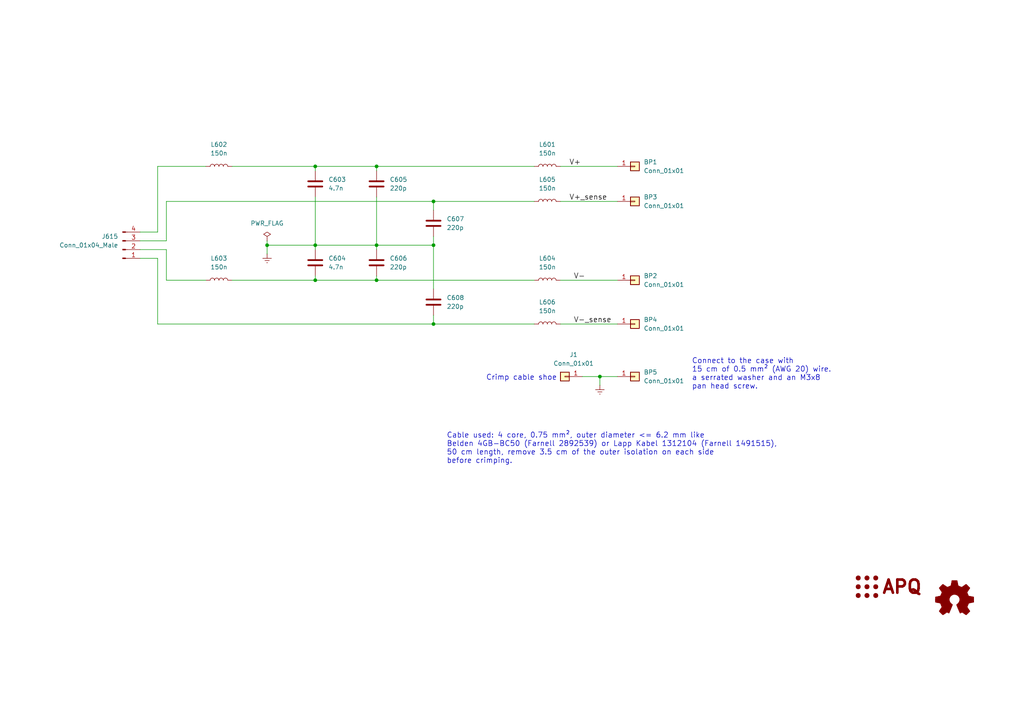
<source format=kicad_sch>
(kicad_sch (version 20231120) (generator "eeschema") (generator_version "8.0")
  (paper "A4")
  (title_block (title "HP 6632B Front Panel Binding Posts PCB") (date "2021-07-03") (rev "v1.1.1") (comment 1 "Copyright (©) 2020, Patrick Baus <patrick.baus@physik.tu-darmstadt.de>") (comment 2 "Licensed under CERN OHL v.1.2"))
  (lib_symbols
    (symbol "Connector:Conn_01x04_Pin" (pin_names (offset 1.016) hide)
      (property "Reference" "J" (at 0 5.08 0))
      (property "Value" "Conn_01x04_Pin" (at 0 -7.62 0))
      (symbol "Conn_01x04_Pin_1_1"
        (polyline (pts (xy 1.27 -5.08) (xy 0.8636 -5.08)) (stroke (width 0.1524)))
        (polyline (pts (xy 1.27 -2.54) (xy 0.8636 -2.54)) (stroke (width 0.1524)))
        (polyline (pts (xy 1.27 0) (xy 0.8636 0)) (stroke (width 0.1524)))
        (polyline (pts (xy 1.27 2.54) (xy 0.8636 2.54)) (stroke (width 0.1524)))
        (rectangle (start 0.8636 -4.953) (end 0 -5.207) (stroke (width 0.1524)) (fill (type outline)))
        (rectangle (start 0.8636 -2.413) (end 0 -2.667) (stroke (width 0.1524)) (fill (type outline)))
        (rectangle (start 0.8636 0.127) (end 0 -0.127) (stroke (width 0.1524)) (fill (type outline)))
        (rectangle (start 0.8636 2.667) (end 0 2.413) (stroke (width 0.1524)) (fill (type outline)))
        (pin passive line (at 5.08 2.54 180) (length 3.81) (name "Pin_1") (number "1"))
        (pin passive line (at 5.08 0 180) (length 3.81) (name "Pin_2") (number "2"))
        (pin passive line (at 5.08 -2.54 180) (length 3.81) (name "Pin_3") (number "3"))
        (pin passive line (at 5.08 -5.08 180) (length 3.81) (name "Pin_4") (number "4"))
      )
    )
    (symbol "Connector_Generic:Conn_01x01" (pin_names (offset 1.016) hide)
      (property "Reference" "J" (at 0 2.54 0))
      (property "Value" "Conn_01x01" (at 0 -2.54 0))
      (symbol "Conn_01x01_1_1"
        (rectangle (start -1.27 0.127) (end 0 -0.127) (stroke (width 0.1524)))
        (rectangle (start -1.27 1.27) (end 1.27 -1.27) (stroke (width 0.254)) (fill (type background)))
        (pin passive line (at -5.08 0 0) (length 3.81) (name "Pin_1") (number "1"))
      )
    )
    (symbol "Custom_logos:Logo_APQ" (pin_names (offset 1.016))
      (symbol "Logo_APQ_0_0"
        (text "APQ" (at 17.78 0 0) (effects (font (size 3.81 3.81) (bold yes))))
      )
      (symbol "Logo_APQ_0_1"
        (circle (center 5.08 0) (radius 0.635) (fill (type outline)))
        (circle (center 5.08 2.54) (radius 0.635) (fill (type outline)))
        (circle (center 7.62 0) (radius 0.635) (fill (type outline)))
        (circle (center 7.62 2.54) (radius 0.635) (fill (type outline)))
        (circle (center 10.16 2.54) (radius 0.635) (fill (type outline)))
      )
      (symbol "Logo_APQ_1_1"
        (circle (center 5.08 -2.54) (radius 0.635) (fill (type outline)))
        (circle (center 7.62 -2.54) (radius 0.635) (fill (type outline)))
        (circle (center 10.16 -2.54) (radius 0.635) (fill (type outline)))
        (circle (center 10.16 0) (radius 0.635) (fill (type outline)))
      )
    )
    (symbol "Device:C" (pin_numbers hide) (pin_names (offset 0.254))
      (property "Reference" "C" (at 0.635 2.54 0))
      (property "Value" "C" (at 0.635 -2.54 0))
      (symbol "C_0_1"
        (polyline (pts (xy -2.032 -0.762) (xy 2.032 -0.762)) (stroke (width 0.508)))
        (polyline (pts (xy -2.032 0.762) (xy 2.032 0.762)) (stroke (width 0.508)))
      )
      (symbol "C_1_1"
        (pin passive line (at 0 3.81 270) (length 2.794) (name "~") (number "1"))
        (pin passive line (at 0 -3.81 90) (length 2.794) (name "~") (number "2"))
      )
    )
    (symbol "Device:L" (pin_numbers hide) (pin_names (offset 1.016) hide)
      (property "Reference" "L" (at -1.27 0 90))
      (property "Value" "L" (at 1.905 0 90))
      (symbol "L_0_1"
        (arc (start 0 -2.54) (mid 0.6323 -1.905) (end 0 -1.27))
        (arc (start 0 -1.27) (mid 0.6323 -0.635) (end 0 0))
        (arc (start 0 0) (mid 0.6323 0.635) (end 0 1.27))
        (arc (start 0 1.27) (mid 0.6323 1.905) (end 0 2.54))
      )
      (symbol "L_1_1"
        (pin passive line (at 0 3.81 270) (length 1.27) (name "1") (number "1"))
        (pin passive line (at 0 -3.81 90) (length 1.27) (name "2") (number "2"))
      )
    )
    (symbol "Graphic:Logo_Open_Hardware_Small" (in_bom no) (on_board no)
      (symbol "Logo_Open_Hardware_Small_0_1"
        (polyline (pts (xy 3.3528 -4.3434) (xy 3.302 -4.318) (xy 3.175 -4.2418) (xy 2.9972 -4.1148) (xy 2.7686 -3.9624) (xy 2.54 -3.81) (xy 2.3622 -3.7084) (xy 2.2352 -3.6068) (xy 2.1844 -3.5814) (xy 2.159 -3.6068) (xy 2.0574 -3.6576) (xy 1.905 -3.7338) (xy 1.8034 -3.7846) (xy 1.6764 -3.8354) (xy 1.6002 -3.8354) (xy 1.6002 -3.8354) (xy 1.5494 -3.7338) (xy 1.4732 -3.5306) (xy 1.3462 -3.302) (xy 1.2446 -3.0226) (xy 1.1176 -2.7178) (xy 0.9652 -2.413) (xy 0.8636 -2.1082) (xy 0.7366 -1.8288) (xy 0.6604 -1.6256) (xy 0.6096 -1.4732) (xy 0.5842 -1.397) (xy 0.5842 -1.397) (xy 0.6604 -1.3208) (xy 0.7874 -1.2446) (xy 1.0414 -1.016) (xy 1.2954 -0.6858) (xy 1.4478 -0.3302) (xy 1.524 0.0762) (xy 1.4732 0.4572) (xy 1.3208 0.8128) (xy 1.0668 1.143) (xy 0.762 1.3716) (xy 0.4064 1.524) (xy 0 1.5748) (xy -0.381 1.5494) (xy -0.7366 1.397) (xy -1.0668 1.143) (xy -1.2192 0.9906) (xy -1.397 0.6604) (xy -1.524 0.3048) (xy -1.524 0.2286) (xy -1.4986 -0.1778) (xy -1.397 -0.5334) (xy -1.1938 -0.8636) (xy -0.9144 -1.143) (xy -0.8636 -1.1684) (xy -0.7366 -1.27) (xy -0.635 -1.3462) (xy -0.5842 -1.397) (xy -1.0668 -2.5908) (xy -1.143 -2.794) (xy -1.2954 -3.1242) (xy -1.397 -3.4036) (xy -1.4986 -3.6322) (xy -1.5748 -3.7846) (xy -1.6002 -3.8354) (xy -1.6002 -3.8354) (xy -1.651 -3.8354) (xy -1.7272 -3.81) (xy -1.905 -3.7338) (xy -2.0066 -3.683) (xy -2.1336 -3.6068) (xy -2.2098 -3.5814) (xy -2.2606 -3.6068) (xy -2.3622 -3.683) (xy -2.54 -3.81) (xy -2.7686 -3.9624) (xy -2.9718 -4.0894) (xy -3.1496 -4.2164) (xy -3.302 -4.318) (xy -3.3528 -4.3434) (xy -3.3782 -4.3434) (xy -3.429 -4.318) (xy -3.5306 -4.2164) (xy -3.7084 -4.064) (xy -3.937 -3.8354) (xy -3.9624 -3.81) (xy -4.1656 -3.6068) (xy -4.318 -3.4544) (xy -4.4196 -3.3274) (xy -4.445 -3.2766) (xy -4.445 -3.2766) (xy -4.4196 -3.2258) (xy -4.318 -3.0734) (xy -4.2164 -2.8956) (xy -4.064 -2.667) (xy -3.6576 -2.0828) (xy -3.8862 -1.5494) (xy -3.937 -1.3716) (xy -4.0386 -1.1684) (xy -4.0894 -1.0414) (xy -4.1148 -0.9652) (xy -4.191 -0.9398) (xy -4.318 -0.9144) (xy -4.5466 -0.8636) (xy -4.8006 -0.8128) (xy -5.0546 -0.7874) (xy -5.2578 -0.7366) (xy -5.4356 -0.7112) (xy -5.5118 -0.6858) (xy -5.5118 -0.6858) (xy -5.5372 -0.635) (xy -5.5372 -0.5588) (xy -5.5372 -0.4318) (xy -5.5626 -0.2286) (xy -5.5626 0.0762) (xy -5.5626 0.127) (xy -5.5372 0.4064) (xy -5.5372 0.635) (xy -5.5372 0.762) (xy -5.5372 0.8382) (xy -5.5372 0.8382) (xy -5.461 0.8382) (xy -5.3086 0.889) (xy -5.08 0.9144) (xy -4.826 0.9652) (xy -4.8006 0.9906) (xy -4.5466 1.0414) (xy -4.318 1.0668) (xy -4.1656 1.1176) (xy -4.0894 1.143) (xy -4.0894 1.143) (xy -4.0386 1.2446) (xy -3.9624 1.4224) (xy -3.8608 1.6256) (xy -3.7846 1.8288) (xy -3.7084 2.0066) (xy -3.6576 2.159) (xy -3.6322 2.2098) (xy -3.6322 2.2098) (xy -3.683 2.286) (xy -3.7592 2.413) (xy -3.8862 2.5908) (xy -4.064 2.8194) (xy -4.064 2.8448) (xy -4.2164 3.0734) (xy -4.3434 3.2512) (xy -4.4196 3.3782) (xy -4.445 3.4544) (xy -4.445 3.4544) (xy -4.3942 3.5052) (xy -4.2926 3.6322) (xy -4.1148 3.81) (xy -3.937 4.0132) (xy -3.8608 4.064) (xy -3.6576 4.2926) (xy -3.5052 4.4196) (xy -3.4036 4.4958) (xy -3.3528 4.5212) (xy -3.3528 4.5212) (xy -3.302 4.4704) (xy -3.1496 4.3688) (xy -2.9718 4.2418) (xy -2.7432 4.0894) (xy -2.7178 4.0894) (xy -2.4892 3.937) (xy -2.3114 3.81) (xy -2.1844 3.7084) (xy -2.1336 3.683) (xy -2.1082 3.683) (xy -2.032 3.7084) (xy -1.8542 3.7592) (xy -1.6764 3.8354) (xy -1.4732 3.937) (xy -1.27 4.0132) (xy -1.143 4.064) (xy -1.0668 4.1148) (xy -1.0668 4.1148) (xy -1.0414 4.191) (xy -1.016 4.3434) (xy -0.9652 4.572) (xy -0.9144 4.8514) (xy -0.889 4.9022) (xy -0.8382 5.1562) (xy -0.8128 5.3848) (xy -0.7874 5.5372) (xy -0.762 5.588) (xy -0.7112 5.6134) (xy -0.5842 5.6134) (xy -0.4064 5.6134) (xy -0.1524 5.6134) (xy 0.0762 5.6134) (xy 0.3302 5.6134) (xy 0.5334 5.6134) (xy 0.6858 5.588) (xy 0.7366 5.588) (xy 0.7366 5.588) (xy 0.762 5.5118) (xy 0.8128 5.334) (xy 0.8382 5.1054) (xy 0.9144 4.826) (xy 0.9144 4.7752) (xy 0.9652 4.5212) (xy 1.016 4.2926) (xy 1.0414 4.1402) (xy 1.0668 4.0894) (xy 1.0668 4.0894) (xy 1.1938 4.0386) (xy 1.3716 3.9624) (xy 1.5748 3.8608) (xy 2.0828 3.6576) (xy 2.7178 4.0894) (xy 2.7686 4.1402) (xy 2.9972 4.2926) (xy 3.175 4.4196) (xy 3.302 4.4958) (xy 3.3782 4.5212) (xy 3.3782 4.5212) (xy 3.429 4.4704) (xy 3.556 4.3434) (xy 3.7338 4.191) (xy 3.9116 3.9878) (xy 4.064 3.8354) (xy 4.2418 3.6576) (xy 4.3434 3.556) (xy 4.4196 3.4798) (xy 4.4196 3.429) (xy 4.4196 3.4036) (xy 4.3942 3.3274) (xy 4.2926 3.2004) (xy 4.1656 2.9972) (xy 4.0132 2.794) (xy 3.8862 2.5908) (xy 3.7592 2.3876) (xy 3.6576 2.2352) (xy 3.6322 2.159) (xy 3.6322 2.1336) (xy 3.683 2.0066) (xy 3.7592 1.8288) (xy 3.8608 1.6002) (xy 4.064 1.1176) (xy 4.3942 1.0414) (xy 4.5974 1.016) (xy 4.8768 0.9652) (xy 5.1308 0.9144) (xy 5.5372 0.8382) (xy 5.5626 -0.6604) (xy 5.4864 -0.6858) (xy 5.4356 -0.6858) (xy 5.2832 -0.7366) (xy 5.0546 -0.762) (xy 4.8006 -0.8128) (xy 4.5974 -0.8636) (xy 4.3688 -0.9144) (xy 4.2164 -0.9398) (xy 4.1402 -0.9398) (xy 4.1148 -0.9652) (xy 4.064 -1.0668) (xy 3.9878 -1.2446) (xy 3.9116 -1.4478) (xy 3.81 -1.651) (xy 3.7338 -1.8542) (xy 3.683 -2.0066) (xy 3.6576 -2.0828) (xy 3.683 -2.1336) (xy 3.7846 -2.2606) (xy 3.8862 -2.4638) (xy 4.0386 -2.667) (xy 4.191 -2.8956) (xy 4.318 -3.0734) (xy 4.3942 -3.2004) (xy 4.445 -3.2766) (xy 4.4196 -3.3274) (xy 4.3434 -3.429) (xy 4.1656 -3.5814) (xy 3.937 -3.8354) (xy 3.8862 -3.8608) (xy 3.683 -4.064) (xy 3.5306 -4.2164) (xy 3.4036 -4.318) (xy 3.3528 -4.3434)) (fill (type outline)))
      )
    )
    (symbol "power:Earth" (power) (pin_numbers hide) (pin_names (offset 0) hide)
      (property "Value" "Earth" (at 0 -3.81 0))
      (symbol "Earth_0_1"
        (polyline (pts (xy -0.635 -1.905) (xy 0.635 -1.905)))
        (polyline (pts (xy -0.127 -2.54) (xy 0.127 -2.54)))
        (polyline (pts (xy 0 -1.27) (xy 0 0)))
        (polyline (pts (xy 1.27 -1.27) (xy -1.27 -1.27)))
      )
      (symbol "Earth_1_1"
        (pin power_in line (at 0 0 270) (length 0) (name "~") (number "1"))
      )
    )
    (symbol "power:PWR_FLAG" (power) (pin_numbers hide) (pin_names (offset 0) hide)
      (property "Value" "PWR_FLAG" (at 0 3.81 0))
      (symbol "PWR_FLAG_0_0"
        (pin power_out line (at 0 0 90) (length 0) (name "~") (number "1"))
      )
      (symbol "PWR_FLAG_0_1"
        (polyline (pts (xy 0 0) (xy 0 1.27) (xy -1.016 1.905) (xy 0 2.54) (xy 1.016 1.905) (xy 0 1.27)))
      )
    )
  )
  (junction (at 109.22 71.12))
  (junction (at 173.99 109.22))
  (junction (at 125.73 58.42))
  (junction (at 91.44 81.28))
  (junction (at 125.73 93.98))
  (junction (at 91.44 71.12))
  (junction (at 91.44 48.26))
  (junction (at 109.22 48.26))
  (junction (at 77.47 71.12))
  (junction (at 125.73 71.12))
  (junction (at 109.22 81.28))
  (wire (pts (xy 125.73 71.12) (xy 125.73 68.58)))
  (wire (pts (xy 109.22 49.53) (xy 109.22 48.26)))
  (wire (pts (xy 45.72 48.26) (xy 59.69 48.26)))
  (wire (pts (xy 125.73 71.12) (xy 125.73 83.82)))
  (wire (pts (xy 109.22 71.12) (xy 91.44 71.12)))
  (wire (pts (xy 109.22 80.01) (xy 109.22 81.28)))
  (wire (pts (xy 109.22 81.28) (xy 154.94 81.28)))
  (wire (pts (xy 40.64 72.39) (xy 48.26 72.39)))
  (wire (pts (xy 77.47 71.12) (xy 91.44 71.12)))
  (wire (pts (xy 173.99 109.22) (xy 179.07 109.22)))
  (wire (pts (xy 109.22 48.26) (xy 154.94 48.26)))
  (wire (pts (xy 109.22 57.15) (xy 109.22 71.12)))
  (wire (pts (xy 91.44 57.15) (xy 91.44 71.12)))
  (wire (pts (xy 125.73 91.44) (xy 125.73 93.98)))
  (wire (pts (xy 168.91 109.22) (xy 173.99 109.22)))
  (wire (pts (xy 91.44 49.53) (xy 91.44 48.26)))
  (wire (pts (xy 77.47 69.85) (xy 77.47 71.12)))
  (wire (pts (xy 45.72 74.93) (xy 45.72 93.98)))
  (wire (pts (xy 154.94 58.42) (xy 125.73 58.42)))
  (wire (pts (xy 91.44 48.26) (xy 109.22 48.26)))
  (wire (pts (xy 173.99 111.76) (xy 173.99 109.22)))
  (wire (pts (xy 179.07 81.28) (xy 162.56 81.28)))
  (wire (pts (xy 48.26 72.39) (xy 48.26 81.28)))
  (wire (pts (xy 91.44 80.01) (xy 91.44 81.28)))
  (wire (pts (xy 45.72 93.98) (xy 125.73 93.98)))
  (wire (pts (xy 125.73 93.98) (xy 154.94 93.98)))
  (wire (pts (xy 40.64 74.93) (xy 45.72 74.93)))
  (wire (pts (xy 45.72 67.31) (xy 40.64 67.31)))
  (wire (pts (xy 109.22 71.12) (xy 109.22 72.39)))
  (wire (pts (xy 162.56 93.98) (xy 179.07 93.98)))
  (wire (pts (xy 45.72 67.31) (xy 45.72 48.26)))
  (wire (pts (xy 77.47 73.66) (xy 77.47 71.12)))
  (wire (pts (xy 109.22 71.12) (xy 125.73 71.12)))
  (wire (pts (xy 91.44 48.26) (xy 67.31 48.26)))
  (wire (pts (xy 91.44 71.12) (xy 91.44 72.39)))
  (wire (pts (xy 179.07 58.42) (xy 162.56 58.42)))
  (wire (pts (xy 125.73 60.96) (xy 125.73 58.42)))
  (wire (pts (xy 91.44 81.28) (xy 109.22 81.28)))
  (wire (pts (xy 40.64 69.85) (xy 48.26 69.85)))
  (wire (pts (xy 48.26 58.42) (xy 48.26 69.85)))
  (wire (pts (xy 179.07 48.26) (xy 162.56 48.26)))
  (wire (pts (xy 48.26 81.28) (xy 59.69 81.28)))
  (wire (pts (xy 125.73 58.42) (xy 48.26 58.42)))
  (wire (pts (xy 91.44 81.28) (xy 67.31 81.28)))
  (text "Crimp cable shoe" (at 140.97 110.49 0) (effects (font (size 1.524 1.524)) (justify left bottom)))
  (text "Connect to the case with\n15 cm of 0.5 mm² (AWG 20) wire.\na serrated washer and an M3x8\npan head screw." (at 200.66 113.03 0) (effects (font (size 1.524 1.524)) (justify left bottom)))
  (text "Cable used: 4 core, 0.75 mm², outer diameter <= 6.2 mm like\nBelden 4GB-BC50 (Farnell 2892539) or Lapp Kabel 1312104 (Farnell 1491515),\n50 cm length, remove 3.5 cm of the outer isolation on each side\nbefore crimping." (at 129.54 134.62 0) (effects (font (size 1.524 1.524)) (justify left bottom)))
  (label "V-" (at 166.37 81.28 0) (effects (font (size 1.524 1.524))))
  (label "V+" (at 165.1 48.26 0) (effects (font (size 1.524 1.524))))
  (label "V+_sense" (at 165.1 58.42 0) (effects (font (size 1.524 1.524))))
  (label "V-_sense" (at 166.37 93.98 0) (effects (font (size 1.524 1.524))))
  (symbol (lib_id "Graphic:Logo_Open_Hardware_Small") (at 276.86 173.99 0) (unit 1) (exclude_from_sim yes)
    (property "Reference" "LOGO1" (effects (hide yes)))
    (property "Value" "Logo_Open_Hardware_Small" (effects (hide yes)))
    (property "Footprint" "Symbol:OSHW-Logo_7.5x8mm_SilkScreen" (effects (hide yes)))
    (property "Description" "Open Hardware logo, small" (effects (hide yes)))
    (property "fit_field" "DNF" (effects (hide yes)))
    (property "DNP" "1" (effects (hide yes)))
  )
  (symbol (lib_id "Custom_logos:Logo_APQ") (at 243.84 170.18 0) (unit 1)
    (property "Reference" "LOGO2" (effects (hide yes)))
    (property "Value" "Logo_APQ" (effects (hide yes)))
    (property "Footprint" "Custom_footprints_project:APQ-Logo_small" (effects (hide yes)))
    (property "Description" "Open Hardware logo, small" (effects (hide yes)))
    (property "DNP" "1" (effects (hide yes)))
  )
  (symbol (lib_id "Device:C") (at 91.44 53.34 0) (unit 1)
    (property "Reference" "C603" (at 95.25 52.07 0) (effects (justify left)))
    (property "Value" "4.7n" (at 95.25 54.61 0) (effects (justify left)))
    (property "Footprint" "Capacitor_THT:C_Rect_L13.0mm_W5.0mm_P10.00mm_FKS3_FKP3_MKS4" (effects (hide yes)))
    (property "Description" "Unpolarized capacitor" (effects (hide yes)))
    (property "MFN" "Kemet" (effects (hide yes)))
    (property "PN" "R413F147000M1K" (effects (hide yes)))
  )
  (symbol (lib_id "Device:C") (at 91.44 76.2 0) (unit 1)
    (property "Reference" "C604" (at 95.25 74.93 0) (effects (justify left)))
    (property "Value" "4.7n" (at 95.25 77.47 0) (effects (justify left)))
    (property "Footprint" "Capacitor_THT:C_Rect_L13.0mm_W5.0mm_P10.00mm_FKS3_FKP3_MKS4" (effects (hide yes)))
    (property "Description" "Unpolarized capacitor" (effects (hide yes)))
    (property "MFN" "Kemet" (effects (hide yes)))
    (property "PN" "R413F147000M1K" (effects (hide yes)))
  )
  (symbol (lib_id "Device:C") (at 109.22 53.34 0) (unit 1)
    (property "Reference" "C605" (at 113.03 52.07 0) (effects (justify left)))
    (property "Value" "220p" (at 113.03 54.61 0) (effects (justify left)))
    (property "Footprint" "Capacitor_THT:C_Disc_D6.0mm_W4.4mm_P5.00mm" (effects (hide yes)))
    (property "Description" "Unpolarized capacitor" (effects (hide yes)))
    (property "MFN" "Vishay" (effects (hide yes)))
    (property "PN" "F221K25Y5RN6UK5R" (effects (hide yes)))
  )
  (symbol (lib_id "Device:C") (at 109.22 76.2 0) (unit 1)
    (property "Reference" "C606" (at 113.03 74.93 0) (effects (justify left)))
    (property "Value" "220p" (at 113.03 77.47 0) (effects (justify left)))
    (property "Footprint" "Capacitor_THT:C_Disc_D6.0mm_W4.4mm_P5.00mm" (effects (hide yes)))
    (property "Description" "Unpolarized capacitor" (effects (hide yes)))
    (property "MFN" "Vishay" (effects (hide yes)))
    (property "PN" "F221K25Y5RN6UK5R" (effects (hide yes)))
  )
  (symbol (lib_id "power:Earth") (at 77.47 73.66 0) (unit 1)
    (property "Reference" "#PWR0101" (effects (hide yes)))
    (property "Value" "Earth" (effects (hide yes)))
    (property "Description" "Power symbol creates a global label with name \"Earth\"" (effects (hide yes)))
  )
  (symbol (lib_id "Connector_Generic:Conn_01x01") (at 184.15 48.26 0) (unit 1)
    (property "Reference" "BP1" (at 186.69 46.99 0) (effects (justify left)))
    (property "Value" "Conn_01x01" (at 186.69 49.53 0) (effects (justify left)))
    (property "Footprint" "TestPoint:TestPoint_Keystone_5019_Minature" (effects (hide yes)))
    (property "Description" "Generic connector, single row, 01x01, script generated (kicad-library-utils/schlib/autogen/connector/)" (effects (hide yes)))
    (property "MFN" "Pomona" (effects (hide yes)))
    (property "PN" "4243-0" (effects (hide yes)))
  )
  (symbol (lib_id "Connector_Generic:Conn_01x01") (at 184.15 81.28 0) (unit 1)
    (property "Reference" "BP2" (at 186.69 80.01 0) (effects (justify left)))
    (property "Value" "Conn_01x01" (at 186.69 82.55 0) (effects (justify left)))
    (property "Footprint" "TestPoint:TestPoint_Keystone_5019_Minature" (effects (hide yes)))
    (property "Description" "Generic connector, single row, 01x01, script generated (kicad-library-utils/schlib/autogen/connector/)" (effects (hide yes)))
    (property "DNP" "1" (effects (hide yes)))
    (property "Config" "dnp" (effects (hide yes)))
  )
  (symbol (lib_id "Device:L") (at 63.5 48.26 90) (unit 1)
    (property "Reference" "L602" (at 63.5 41.91 90))
    (property "Value" "150n" (at 63.5 44.45 90))
    (property "Footprint" "Inductor_SMD:L_1008_2520Metric" (effects (hide yes)))
    (property "Description" "Inductor" (effects (hide yes)))
    (property "MFN" "TDK" (effects (hide yes)))
    (property "PN" "TFM252012ALMAR15MTAA" (effects (hide yes)))
  )
  (symbol (lib_id "Connector:Conn_01x04_Pin") (at 35.56 72.39 0) (mirror x) (unit 1)
    (property "Reference" "J615" (at 34.29 68.58 0) (effects (justify right)))
    (property "Value" "Conn_01x04_Male" (at 34.29 71.12 0) (effects (justify right)))
    (property "Footprint" "Connector_Molex:Molex_KK-396_A-41791-0004_1x04_P3.96mm_Vertical" (effects (hide yes)))
    (property "Description" "Generic connector, single row, 01x04, script generated" (effects (hide yes)))
    (property "MFN" "Molex" (effects (hide yes)))
    (property "PN" "26-60-4040;09-50-8041:2;08-52-0071:8" (effects (hide yes)))
    (property "Note" "Also needed: Molex 09-50-8041 and 08-52-0071" (effects (hide yes)))
  )
  (symbol (lib_id "Device:L") (at 63.5 81.28 90) (unit 1)
    (property "Reference" "L603" (at 63.5 74.93 90))
    (property "Value" "150n" (at 63.5 77.47 90))
    (property "Footprint" "Inductor_SMD:L_1008_2520Metric" (effects (hide yes)))
    (property "Description" "Inductor" (effects (hide yes)))
    (property "MFN" "TDK" (effects (hide yes)))
    (property "PN" "TFM252012ALMAR15MTAA" (effects (hide yes)))
  )
  (symbol (lib_id "Device:L") (at 158.75 48.26 90) (unit 1)
    (property "Reference" "L601" (at 158.75 41.91 90))
    (property "Value" "150n" (at 158.75 44.45 90))
    (property "Footprint" "Inductor_SMD:L_1008_2520Metric" (effects (hide yes)))
    (property "Description" "Inductor" (effects (hide yes)))
    (property "MFN" "TDK" (effects (hide yes)))
    (property "PN" "TFM252012ALMAR15MTAA" (effects (hide yes)))
  )
  (symbol (lib_id "Device:L") (at 158.75 81.28 90) (unit 1)
    (property "Reference" "L604" (at 158.75 74.93 90))
    (property "Value" "150n" (at 158.75 77.47 90))
    (property "Footprint" "Inductor_SMD:L_1008_2520Metric" (effects (hide yes)))
    (property "Description" "Inductor" (effects (hide yes)))
    (property "MFN" "TDK" (effects (hide yes)))
    (property "PN" "TFM252012ALMAR15MTAA" (effects (hide yes)))
  )
  (symbol (lib_id "Connector_Generic:Conn_01x01") (at 184.15 58.42 0) (unit 1)
    (property "Reference" "BP3" (at 186.69 57.15 0) (effects (justify left)))
    (property "Value" "Conn_01x01" (at 186.69 59.69 0) (effects (justify left)))
    (property "Footprint" "TestPoint:TestPoint_Keystone_5019_Minature" (effects (hide yes)))
    (property "Description" "Generic connector, single row, 01x01, script generated (kicad-library-utils/schlib/autogen/connector/)" (effects (hide yes)))
    (property "MFN" "Pomona" (effects (hide yes)))
    (property "PN" "4243-0" (effects (hide yes)))
  )
  (symbol (lib_id "Device:L") (at 158.75 58.42 90) (unit 1)
    (property "Reference" "L605" (at 158.75 52.07 90))
    (property "Value" "150n" (at 158.75 54.61 90))
    (property "Footprint" "Inductor_SMD:L_1008_2520Metric" (effects (hide yes)))
    (property "Description" "Inductor" (effects (hide yes)))
    (property "MFN" "TDK" (effects (hide yes)))
    (property "PN" "TFM252012ALMAR15MTAA" (effects (hide yes)))
  )
  (symbol (lib_id "Device:L") (at 158.75 93.98 90) (unit 1)
    (property "Reference" "L606" (at 158.75 87.63 90))
    (property "Value" "150n" (at 158.75 90.17 90))
    (property "Footprint" "Inductor_SMD:L_1008_2520Metric" (effects (hide yes)))
    (property "Description" "Inductor" (effects (hide yes)))
    (property "MFN" "TDK" (effects (hide yes)))
    (property "PN" "TFM252012ALMAR15MTAA" (effects (hide yes)))
  )
  (symbol (lib_id "Connector_Generic:Conn_01x01") (at 184.15 93.98 0) (unit 1)
    (property "Reference" "BP4" (at 186.69 92.71 0) (effects (justify left)))
    (property "Value" "Conn_01x01" (at 186.69 95.25 0) (effects (justify left)))
    (property "Footprint" "TestPoint:TestPoint_Keystone_5019_Minature" (effects (hide yes)))
    (property "Description" "Generic connector, single row, 01x01, script generated (kicad-library-utils/schlib/autogen/connector/)" (effects (hide yes)))
    (property "DNP" "1" (effects (hide yes)))
    (property "Config" "dnp" (effects (hide yes)))
  )
  (symbol (lib_id "Device:C") (at 125.73 64.77 0) (unit 1)
    (property "Reference" "C607" (at 129.54 63.5 0) (effects (justify left)))
    (property "Value" "220p" (at 129.54 66.04 0) (effects (justify left)))
    (property "Footprint" "Capacitor_THT:C_Disc_D6.0mm_W4.4mm_P5.00mm" (effects (hide yes)))
    (property "Description" "Unpolarized capacitor" (effects (hide yes)))
    (property "MFN" "Vishay" (effects (hide yes)))
    (property "PN" "F221K25Y5RN6UK5R" (effects (hide yes)))
  )
  (symbol (lib_id "Device:C") (at 125.73 87.63 0) (unit 1)
    (property "Reference" "C608" (at 129.54 86.36 0) (effects (justify left)))
    (property "Value" "220p" (at 129.54 88.9 0) (effects (justify left)))
    (property "Footprint" "Capacitor_THT:C_Disc_D6.0mm_W4.4mm_P5.00mm" (effects (hide yes)))
    (property "Description" "Unpolarized capacitor" (effects (hide yes)))
    (property "MFN" "Vishay" (effects (hide yes)))
    (property "PN" "F221K25Y5RN6UK5R" (effects (hide yes)))
  )
  (symbol (lib_id "Connector_Generic:Conn_01x01") (at 184.15 109.22 0) (unit 1)
    (property "Reference" "BP5" (at 186.69 107.95 0) (effects (justify left)))
    (property "Value" "Conn_01x01" (at 186.69 110.49 0) (effects (justify left)))
    (property "Footprint" "TestPoint:TestPoint_Keystone_5019_Minature" (effects (hide yes)))
    (property "Description" "Generic connector, single row, 01x01, script generated (kicad-library-utils/schlib/autogen/connector/)" (effects (hide yes)))
    (property "MFN" "Pomona" (effects (hide yes)))
    (property "PN" "3760-5" (effects (hide yes)))
  )
  (symbol (lib_id "power:Earth") (at 173.99 111.76 0) (unit 1)
    (property "Reference" "#PWR0102" (effects (hide yes)))
    (property "Value" "Earth" (effects (hide yes)))
    (property "Description" "Power symbol creates a global label with name \"Earth\"" (effects (hide yes)))
  )
  (symbol (lib_id "Connector_Generic:Conn_01x01") (at 163.83 109.22 180) (unit 1)
    (property "Reference" "J1" (at 166.37 102.87 0))
    (property "Value" "Conn_01x01" (at 166.37 105.41 0))
    (property "Footprint" "TestPoint:TestPoint_THTPad_D3.0mm_Drill1.5mm" (effects (hide yes)))
    (property "Description" "Generic connector, single row, 01x01, script generated (kicad-library-utils/schlib/autogen/connector/)" (effects (hide yes)))
    (property "MFN" "RS PRO" (effects (hide yes)))
    (property "Vendor" "RS Components" (effects (hide yes)))
    (property "rs#" "433-028" (effects (hide yes)))
    (property "PN" "433-028" (effects (hide yes)))
  )
  (symbol (lib_id "power:PWR_FLAG") (at 77.47 69.85 0) (unit 1)
    (property "Reference" "#FLG01" (effects (hide yes)))
    (property "Value" "PWR_FLAG" (at 77.47 64.77 0))
    (property "Description" "Special symbol for telling ERC where power comes from" (effects (hide yes)))
  )
)
</source>
